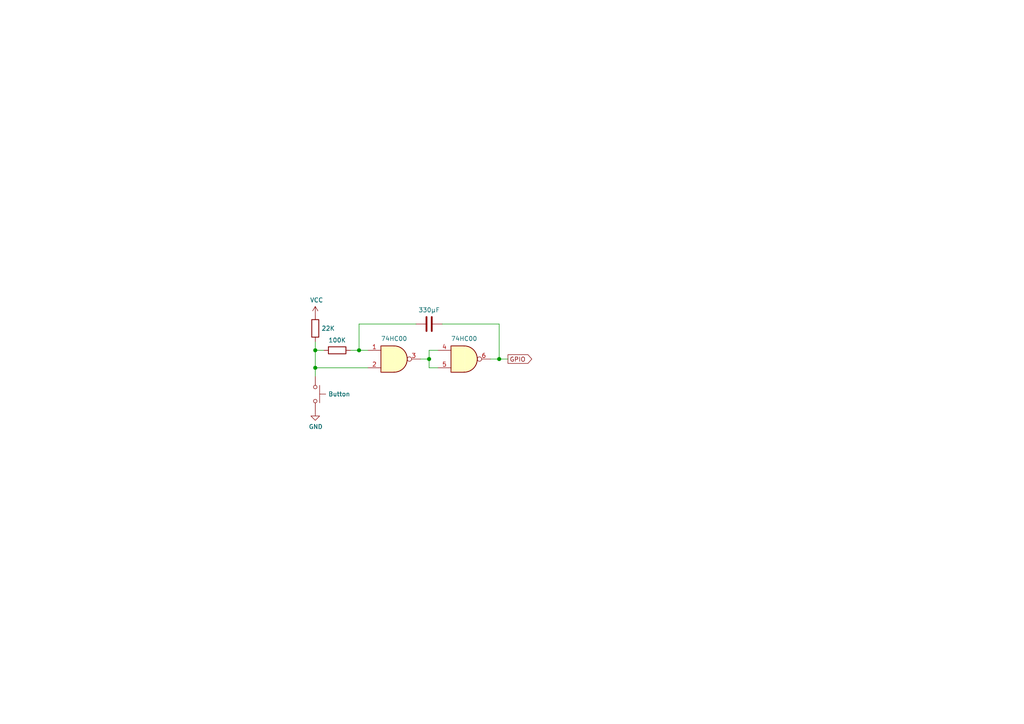
<source format=kicad_sch>
(kicad_sch (version 20211123) (generator eeschema)
  (paper "A4")
  (lib_symbols
    (symbol "74xx:74HC00" (pin_names (offset 1.016))
      (property "Reference" "U" (at 0 1.27 0))
      (property "Value" "74HC00" (at 0 -1.27 0))
      (symbol "74HC00_1_1"
        (arc (start 0 -3.81) (mid 3.81 0) (end 0 3.81) (stroke (width 0.254)) (fill (type background)))
        (polyline (pts (xy 0 3.81) (xy -3.81 3.81) (xy -3.81 -3.81) (xy 0 -3.81)) (stroke (width 0.254)) (fill (type background)))
        (pin input line (at -7.62 2.54 0) (length 3.81) (name "~") (number "1"))
        (pin input line (at -7.62 -2.54 0) (length 3.81) (name "~") (number "2"))
        (pin output inverted (at 7.62 0 180) (length 3.81) (name "~") (number "3"))
      )
      (symbol "74HC00_1_2"
        (arc (start -3.81 -3.81) (mid -2.589 0) (end -3.81 3.81) (stroke (width 0.254)))
        (arc (start -0.6096 -3.81) (mid 2.1842 -2.5851) (end 3.81 0) (stroke (width 0.254)) (fill (type background)))
        (polyline (pts (xy -3.81 -3.81) (xy -0.635 -3.81)) (stroke (width 0.254)) (fill (type background)))
        (polyline (pts (xy -3.81 3.81) (xy -0.635 3.81)) (stroke (width 0.254)) (fill (type background)))
        (polyline (pts (xy -0.635 3.81) (xy -3.81 3.81) (xy -3.81 3.81) (xy -3.556 3.4036) (xy -3.0226 2.2606) (xy -2.6924 1.0414) (xy -2.6162 -0.254) (xy -2.7686 -1.4986) (xy -3.175 -2.7178) (xy -3.81 -3.81) (xy -3.81 -3.81) (xy -0.635 -3.81)) (stroke (width -25.4)) (fill (type background)))
        (arc (start 3.81 0) (mid 2.1915 2.5936) (end -0.6096 3.81) (stroke (width 0.254)) (fill (type background)))
        (pin input inverted (at -7.62 2.54 0) (length 4.318) (name "~") (number "1"))
        (pin input inverted (at -7.62 -2.54 0) (length 4.318) (name "~") (number "2"))
        (pin output line (at 7.62 0 180) (length 3.81) (name "~") (number "3"))
      )
      (symbol "74HC00_2_1"
        (arc (start 0 -3.81) (mid 3.81 0) (end 0 3.81) (stroke (width 0.254)) (fill (type background)))
        (polyline (pts (xy 0 3.81) (xy -3.81 3.81) (xy -3.81 -3.81) (xy 0 -3.81)) (stroke (width 0.254)) (fill (type background)))
        (pin input line (at -7.62 2.54 0) (length 3.81) (name "~") (number "4"))
        (pin input line (at -7.62 -2.54 0) (length 3.81) (name "~") (number "5"))
        (pin output inverted (at 7.62 0 180) (length 3.81) (name "~") (number "6"))
      )
      (symbol "74HC00_2_2"
        (arc (start -3.81 -3.81) (mid -2.589 0) (end -3.81 3.81) (stroke (width 0.254)))
        (arc (start -0.6096 -3.81) (mid 2.1842 -2.5851) (end 3.81 0) (stroke (width 0.254)) (fill (type background)))
        (polyline (pts (xy -3.81 -3.81) (xy -0.635 -3.81)) (stroke (width 0.254)) (fill (type background)))
        (polyline (pts (xy -3.81 3.81) (xy -0.635 3.81)) (stroke (width 0.254)) (fill (type background)))
        (polyline (pts (xy -0.635 3.81) (xy -3.81 3.81) (xy -3.81 3.81) (xy -3.556 3.4036) (xy -3.0226 2.2606) (xy -2.6924 1.0414) (xy -2.6162 -0.254) (xy -2.7686 -1.4986) (xy -3.175 -2.7178) (xy -3.81 -3.81) (xy -3.81 -3.81) (xy -0.635 -3.81)) (stroke (width -25.4)) (fill (type background)))
        (arc (start 3.81 0) (mid 2.1915 2.5936) (end -0.6096 3.81) (stroke (width 0.254)) (fill (type background)))
        (pin input inverted (at -7.62 2.54 0) (length 4.318) (name "~") (number "4"))
        (pin input inverted (at -7.62 -2.54 0) (length 4.318) (name "~") (number "5"))
        (pin output line (at 7.62 0 180) (length 3.81) (name "~") (number "6"))
      )
      (symbol "74HC00_3_1"
        (arc (start 0 -3.81) (mid 3.81 0) (end 0 3.81) (stroke (width 0.254)) (fill (type background)))
        (polyline (pts (xy 0 3.81) (xy -3.81 3.81) (xy -3.81 -3.81) (xy 0 -3.81)) (stroke (width 0.254)) (fill (type background)))
        (pin input line (at -7.62 -2.54 0) (length 3.81) (name "~") (number "10"))
        (pin output inverted (at 7.62 0 180) (length 3.81) (name "~") (number "8"))
        (pin input line (at -7.62 2.54 0) (length 3.81) (name "~") (number "9"))
      )
      (symbol "74HC00_3_2"
        (arc (start -3.81 -3.81) (mid -2.589 0) (end -3.81 3.81) (stroke (width 0.254)))
        (arc (start -0.6096 -3.81) (mid 2.1842 -2.5851) (end 3.81 0) (stroke (width 0.254)) (fill (type background)))
        (polyline (pts (xy -3.81 -3.81) (xy -0.635 -3.81)) (stroke (width 0.254)) (fill (type background)))
        (polyline (pts (xy -3.81 3.81) (xy -0.635 3.81)) (stroke (width 0.254)) (fill (type background)))
        (polyline (pts (xy -0.635 3.81) (xy -3.81 3.81) (xy -3.81 3.81) (xy -3.556 3.4036) (xy -3.0226 2.2606) (xy -2.6924 1.0414) (xy -2.6162 -0.254) (xy -2.7686 -1.4986) (xy -3.175 -2.7178) (xy -3.81 -3.81) (xy -3.81 -3.81) (xy -0.635 -3.81)) (stroke (width -25.4)) (fill (type background)))
        (arc (start 3.81 0) (mid 2.1915 2.5936) (end -0.6096 3.81) (stroke (width 0.254)) (fill (type background)))
        (pin input inverted (at -7.62 -2.54 0) (length 4.318) (name "~") (number "10"))
        (pin output line (at 7.62 0 180) (length 3.81) (name "~") (number "8"))
        (pin input inverted (at -7.62 2.54 0) (length 4.318) (name "~") (number "9"))
      )
      (symbol "74HC00_4_1"
        (arc (start 0 -3.81) (mid 3.81 0) (end 0 3.81) (stroke (width 0.254)) (fill (type background)))
        (polyline (pts (xy 0 3.81) (xy -3.81 3.81) (xy -3.81 -3.81) (xy 0 -3.81)) (stroke (width 0.254)) (fill (type background)))
        (pin output inverted (at 7.62 0 180) (length 3.81) (name "~") (number "11"))
        (pin input line (at -7.62 2.54 0) (length 3.81) (name "~") (number "12"))
        (pin input line (at -7.62 -2.54 0) (length 3.81) (name "~") (number "13"))
      )
      (symbol "74HC00_4_2"
        (arc (start -3.81 -3.81) (mid -2.589 0) (end -3.81 3.81) (stroke (width 0.254)))
        (arc (start -0.6096 -3.81) (mid 2.1842 -2.5851) (end 3.81 0) (stroke (width 0.254)) (fill (type background)))
        (polyline (pts (xy -3.81 -3.81) (xy -0.635 -3.81)) (stroke (width 0.254)) (fill (type background)))
        (polyline (pts (xy -3.81 3.81) (xy -0.635 3.81)) (stroke (width 0.254)) (fill (type background)))
        (polyline (pts (xy -0.635 3.81) (xy -3.81 3.81) (xy -3.81 3.81) (xy -3.556 3.4036) (xy -3.0226 2.2606) (xy -2.6924 1.0414) (xy -2.6162 -0.254) (xy -2.7686 -1.4986) (xy -3.175 -2.7178) (xy -3.81 -3.81) (xy -3.81 -3.81) (xy -0.635 -3.81)) (stroke (width -25.4)) (fill (type background)))
        (arc (start 3.81 0) (mid 2.1915 2.5936) (end -0.6096 3.81) (stroke (width 0.254)) (fill (type background)))
        (pin output line (at 7.62 0 180) (length 3.81) (name "~") (number "11"))
        (pin input inverted (at -7.62 2.54 0) (length 4.318) (name "~") (number "12"))
        (pin input inverted (at -7.62 -2.54 0) (length 4.318) (name "~") (number "13"))
      )
      (symbol "74HC00_5_0"
        (pin power_in line (at 0 12.7 270) (length 5.08) (name "VCC") (number "14"))
        (pin power_in line (at 0 -12.7 90) (length 5.08) (name "GND") (number "7"))
      )
      (symbol "74HC00_5_1"
        (rectangle (start -5.08 7.62) (end 5.08 -7.62) (stroke (width 0.254)) (fill (type background)))
      )
    )
    (symbol "Device:C" (pin_numbers hide) (pin_names (offset 0.254))
      (property "Reference" "C" (at 0.635 2.54 0))
      (property "Value" "C" (at 0.635 -2.54 0))
      (symbol "C_0_1"
        (polyline (pts (xy -2.032 -0.762) (xy 2.032 -0.762)) (stroke (width 0.508)))
        (polyline (pts (xy -2.032 0.762) (xy 2.032 0.762)) (stroke (width 0.508)))
      )
      (symbol "C_1_1"
        (pin passive line (at 0 3.81 270) (length 2.794) (name "~") (number "1"))
        (pin passive line (at 0 -3.81 90) (length 2.794) (name "~") (number "2"))
      )
    )
    (symbol "Device:R" (pin_numbers hide) (pin_names (offset 0))
      (property "Reference" "R" (at 2.032 0 90))
      (property "Value" "R" (at 0 0 90))
      (symbol "R_0_1"
        (rectangle (start -1.016 -2.54) (end 1.016 2.54) (stroke (width 0.254)))
      )
      (symbol "R_1_1"
        (pin passive line (at 0 3.81 270) (length 1.27) (name "~") (number "1"))
        (pin passive line (at 0 -3.81 90) (length 1.27) (name "~") (number "2"))
      )
    )
    (symbol "Switch:SW_Push" (pin_numbers hide) (pin_names (offset 1.016) hide)
      (property "Reference" "SW" (at 1.27 2.54 0))
      (property "Value" "SW_Push" (at 0 -1.524 0))
      (symbol "SW_Push_0_1"
        (circle (center -2.032 0) (radius 0.508))
        (polyline (pts (xy 0 1.27) (xy 0 3.048)))
        (polyline (pts (xy 2.54 1.27) (xy -2.54 1.27)))
        (circle (center 2.032 0) (radius 0.508))
        (pin passive line (at -5.08 0 0) (length 2.54) (name "1") (number "1"))
        (pin passive line (at 5.08 0 180) (length 2.54) (name "2") (number "2"))
      )
    )
    (symbol "power:GND" (power) (pin_names (offset 0))
      (property "Value" "GND" (at 0 -3.81 0))
      (symbol "GND_0_1"
        (polyline (pts (xy 0 0) (xy 0 -1.27) (xy 1.27 -1.27) (xy 0 -2.54) (xy -1.27 -1.27) (xy 0 -1.27)))
      )
      (symbol "GND_1_1"
        (pin power_in line (at 0 0 270) (length 0) hide (name "GND") (number "1"))
      )
    )
    (symbol "power:VCC" (power) (pin_names (offset 0))
      (property "Value" "VCC" (at 0 3.81 0))
      (symbol "VCC_0_1"
        (polyline (pts (xy -0.762 1.27) (xy 0 2.54)))
        (polyline (pts (xy 0 0) (xy 0 2.54)))
        (polyline (pts (xy 0 2.54) (xy 0.762 1.27)))
      )
      (symbol "VCC_1_1"
        (pin power_in line (at 0 0 90) (length 0) hide (name "VCC") (number "1"))
      )
    )
  )
  (junction (at 124.46 104.14) (diameter 1.016))
  (junction (at 91.44 101.6) (diameter 1.016))
  (junction (at 91.44 106.68) (diameter 1.016))
  (junction (at 144.78 104.14) (diameter 1.016))
  (junction (at 104.14 101.6) (diameter 1.016))
  (wire (pts (xy 93.98 101.6) (xy 91.44 101.6)))
  (wire (pts (xy 144.78 93.98) (xy 144.78 104.14)))
  (wire (pts (xy 91.44 106.68) (xy 91.44 101.6)))
  (wire (pts (xy 104.14 101.6) (xy 106.68 101.6)))
  (wire (pts (xy 127 106.68) (xy 124.46 106.68)))
  (wire (pts (xy 101.6 101.6) (xy 104.14 101.6)))
  (wire (pts (xy 106.68 106.68) (xy 91.44 106.68)))
  (wire (pts (xy 128.27 93.98) (xy 144.78 93.98)))
  (wire (pts (xy 144.78 104.14) (xy 147.32 104.14)))
  (wire (pts (xy 104.14 101.6) (xy 104.14 93.98)))
  (wire (pts (xy 124.46 104.14) (xy 124.46 101.6)))
  (wire (pts (xy 91.44 109.22) (xy 91.44 106.68)))
  (wire (pts (xy 121.92 104.14) (xy 124.46 104.14)))
  (wire (pts (xy 124.46 101.6) (xy 127 101.6)))
  (wire (pts (xy 91.44 101.6) (xy 91.44 99.06)))
  (wire (pts (xy 124.46 106.68) (xy 124.46 104.14)))
  (wire (pts (xy 104.14 93.98) (xy 120.65 93.98)))
  (wire (pts (xy 142.24 104.14) (xy 144.78 104.14)))
  (global_label "GPIO" (shape output) (at 147.32 104.14 0) (property "Intersheet References" "${INTERSHEET_REFS}" (effects hide)))
  (symbol (lib_id "74xx:74HC00") (at 114.3 104.14 0) (unit 1)
    (property "Reference" "U?" (effects hide))
    (property "Value" "74HC00" (at 114.3 98.2218 0))
    (property "Datasheet" "http://www.ti.com/lit/gpn/sn74hc00" (effects hide))
  )
  (symbol (lib_id "74xx:74HC00") (at 134.62 104.14 0) (unit 2)
    (property "Reference" "U?" (effects hide))
    (property "Value" "74HC00" (at 134.62 98.2218 0))
    (property "Datasheet" "http://www.ti.com/lit/gpn/sn74hc00" (effects hide))
  )
  (symbol (lib_id "Switch:SW_Push") (at 91.44 114.3 270) (unit 1)
    (property "Reference" "SW?" (effects hide))
    (property "Value" "Button" (at 95.1992 114.3 90) (effects (justify left)))
  )
  (symbol (lib_id "Device:R") (at 97.79 101.6 270) (unit 1)
    (property "Reference" "R?" (effects hide))
    (property "Value" "100K" (at 97.79 98.679 90))
  )
  (symbol (lib_id "Device:R") (at 91.44 95.25 180) (unit 1)
    (property "Reference" "R?" (effects hide))
    (property "Value" "22K" (at 93.218 95.25 0) (effects (justify right)))
  )
  (symbol (lib_id "Device:C") (at 124.46 93.98 270) (unit 1)
    (property "Reference" "C?" (effects hide))
    (property "Value" "330µF" (at 124.46 89.916 90))
  )
  (symbol (lib_id "power:VCC") (at 91.44 91.44 0) (unit 1)
    (property "Reference" "#PWR?" (effects hide))
    (property "Value" "VCC" (at 91.821 87.0458 0))
  )
  (symbol (lib_id "power:GND") (at 91.44 119.38 0) (unit 1)
    (property "Reference" "#PWR?" (effects hide))
    (property "Value" "GND" (at 91.567 123.7742 0))
  )
)
</source>
